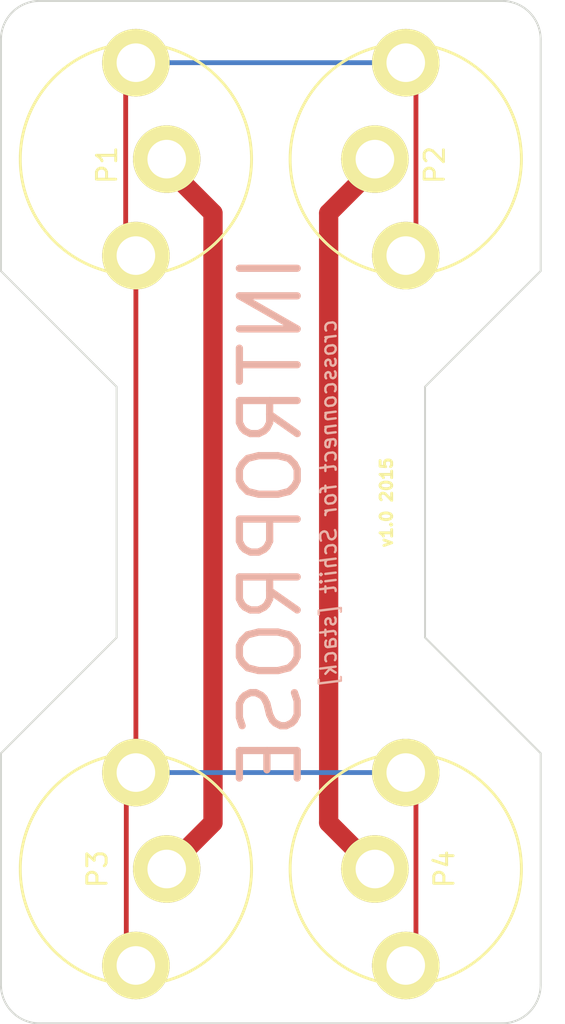
<source format=kicad_pcb>
(kicad_pcb (version 20171130) (host pcbnew "(5.1.12)-1")

  (general
    (thickness 1.6)
    (drawings 19)
    (tracks 23)
    (zones 0)
    (modules 4)
    (nets 4)
  )

  (page A4)
  (layers
    (0 F.Cu signal)
    (31 B.Cu signal)
    (32 B.Adhes user)
    (33 F.Adhes user)
    (34 B.Paste user)
    (35 F.Paste user)
    (36 B.SilkS user)
    (37 F.SilkS user)
    (38 B.Mask user)
    (39 F.Mask user)
    (40 Dwgs.User user)
    (41 Cmts.User user)
    (42 Eco1.User user)
    (43 Eco2.User user)
    (44 Edge.Cuts user)
    (45 Margin user)
    (46 B.CrtYd user)
    (47 F.CrtYd user)
    (48 B.Fab user)
    (49 F.Fab user)
  )

  (setup
    (last_trace_width 0.25)
    (user_trace_width 0.25)
    (user_trace_width 1)
    (trace_clearance 0.2)
    (zone_clearance 0.508)
    (zone_45_only no)
    (trace_min 0.2)
    (via_size 0.6)
    (via_drill 0.4)
    (via_min_size 0.4)
    (via_min_drill 0.3)
    (uvia_size 0.3)
    (uvia_drill 0.1)
    (uvias_allowed no)
    (uvia_min_size 0.2)
    (uvia_min_drill 0.1)
    (edge_width 0.1)
    (segment_width 0.2)
    (pcb_text_width 0.3)
    (pcb_text_size 1.5 1.5)
    (mod_edge_width 0.15)
    (mod_text_size 1 1)
    (mod_text_width 0.15)
    (pad_size 1.5 1.5)
    (pad_drill 0.6)
    (pad_to_mask_clearance 0)
    (aux_axis_origin 0 0)
    (visible_elements 7FFFFFFF)
    (pcbplotparams
      (layerselection 0x010f0_80000001)
      (usegerberextensions true)
      (usegerberattributes true)
      (usegerberadvancedattributes true)
      (creategerberjobfile true)
      (excludeedgelayer true)
      (linewidth 0.100000)
      (plotframeref false)
      (viasonmask false)
      (mode 1)
      (useauxorigin false)
      (hpglpennumber 1)
      (hpglpenspeed 20)
      (hpglpendiameter 15.000000)
      (psnegative false)
      (psa4output false)
      (plotreference true)
      (plotvalue true)
      (plotinvisibletext false)
      (padsonsilk false)
      (subtractmaskfromsilk false)
      (outputformat 1)
      (mirror false)
      (drillshape 0)
      (scaleselection 1)
      (outputdirectory "gerber/"))
  )

  (net 0 "")
  (net 1 GND)
  (net 2 /A)
  (net 3 /B)

  (net_class Default "This is the default net class."
    (clearance 0.2)
    (trace_width 0.25)
    (via_dia 0.6)
    (via_drill 0.4)
    (uvia_dia 0.3)
    (uvia_drill 0.1)
    (add_net /A)
    (add_net /B)
    (add_net GND)
  )

  (net_class phat ""
    (clearance 0.2)
    (trace_width 1)
    (via_dia 0.6)
    (via_drill 0.4)
    (uvia_dia 0.3)
    (uvia_drill 0.1)
  )

  (module footprints:bnc_pcb (layer F.Cu) (tedit 56088052) (tstamp 560887C2)
    (at 139 115 90)
    (path /56086B9A)
    (fp_text reference P4 (at 0 2 90) (layer F.SilkS)
      (effects (font (size 1 1) (thickness 0.15)))
    )
    (fp_text value "" (at 0 5 90) (layer F.Fab)
      (effects (font (size 1 1) (thickness 0.15)))
    )
    (fp_circle (center 0 0) (end 6 0) (layer F.SilkS) (width 0.15))
    (pad 1 thru_hole circle (at 0 -1.6 90) (size 3.5 3.5) (drill 2) (layers *.Cu *.Mask F.SilkS)
      (net 3 /B))
    (pad 2 thru_hole circle (at -5 0 90) (size 3.5 3.5) (drill 2) (layers *.Cu *.Mask F.SilkS)
      (net 1 GND))
    (pad 2 thru_hole circle (at 5 0 90) (size 3.5 3.5) (drill 2) (layers *.Cu *.Mask F.SilkS)
      (net 1 GND))
  )

  (module footprints:bnc_pcb (layer F.Cu) (tedit 5608804A) (tstamp 560887BA)
    (at 125 115 270)
    (path /56086B74)
    (fp_text reference P3 (at 0 2 90) (layer F.SilkS)
      (effects (font (size 1 1) (thickness 0.15)))
    )
    (fp_text value "" (at 0 5 270) (layer F.Fab)
      (effects (font (size 1 1) (thickness 0.15)))
    )
    (fp_circle (center 0 0) (end 6 0) (layer F.SilkS) (width 0.15))
    (pad 1 thru_hole circle (at 0 -1.6 270) (size 3.5 3.5) (drill 2) (layers *.Cu *.Mask F.SilkS)
      (net 2 /A))
    (pad 2 thru_hole circle (at -5 0 270) (size 3.5 3.5) (drill 2) (layers *.Cu *.Mask F.SilkS)
      (net 1 GND))
    (pad 2 thru_hole circle (at 5 0 270) (size 3.5 3.5) (drill 2) (layers *.Cu *.Mask F.SilkS)
      (net 1 GND))
  )

  (module footprints:bnc_pcb (layer F.Cu) (tedit 5608803A) (tstamp 560887B2)
    (at 139 78.2 90)
    (path /56086B47)
    (fp_text reference P2 (at -0.3 1.5 90) (layer F.SilkS)
      (effects (font (size 1 1) (thickness 0.15)))
    )
    (fp_text value "" (at -0.8 8 90) (layer F.Fab)
      (effects (font (size 1 1) (thickness 0.15)))
    )
    (fp_circle (center 0 0) (end 6 0) (layer F.SilkS) (width 0.15))
    (pad 1 thru_hole circle (at 0 -1.6 90) (size 3.5 3.5) (drill 2) (layers *.Cu *.Mask F.SilkS)
      (net 3 /B))
    (pad 2 thru_hole circle (at -5 0 90) (size 3.5 3.5) (drill 2) (layers *.Cu *.Mask F.SilkS)
      (net 1 GND))
    (pad 2 thru_hole circle (at 5 0 90) (size 3.5 3.5) (drill 2) (layers *.Cu *.Mask F.SilkS)
      (net 1 GND))
  )

  (module bnc_pcb (layer F.Cu) (tedit 56088042) (tstamp 560887AA)
    (at 125 78.2 270)
    (path /56086B19)
    (fp_text reference P1 (at 0.3 1.5 270) (layer F.SilkS)
      (effects (font (size 1 1) (thickness 0.15)))
    )
    (fp_text value "" (at 0 5 270) (layer F.Fab)
      (effects (font (size 1 1) (thickness 0.15)))
    )
    (fp_circle (center 0 0) (end 6 0) (layer F.SilkS) (width 0.15))
    (pad 1 thru_hole circle (at 0 -1.6 270) (size 3.5 3.5) (drill 2) (layers *.Cu *.Mask F.SilkS)
      (net 2 /A))
    (pad 2 thru_hole circle (at -5 0 270) (size 3.5 3.5) (drill 2) (layers *.Cu *.Mask F.SilkS)
      (net 1 GND))
    (pad 2 thru_hole circle (at 5 0 270) (size 3.5 3.5) (drill 2) (layers *.Cu *.Mask F.SilkS)
      (net 1 GND))
  )

  (gr_text "v1.0 2015" (at 138 96 90) (layer F.SilkS)
    (effects (font (size 0.6 0.6) (thickness 0.15)))
  )
  (gr_text "crossconnect for Schiit [stack]" (at 135 96 90) (layer B.SilkS)
    (effects (font (size 0.8 0.8) (thickness 0.125) italic) (justify mirror))
  )
  (gr_text INTROPROSE (at 132 97 90) (layer B.SilkS)
    (effects (font (size 3 3) (thickness 0.375)) (justify mirror))
  )
  (gr_line (start 118 109) (end 124 103) (angle 90) (layer Edge.Cuts) (width 0.1))
  (gr_line (start 118 121) (end 118 109) (angle 90) (layer Edge.Cuts) (width 0.1))
  (gr_line (start 146 109) (end 146 121) (angle 90) (layer Edge.Cuts) (width 0.1))
  (gr_line (start 140 103) (end 146 109) (angle 90) (layer Edge.Cuts) (width 0.1))
  (gr_line (start 140 90) (end 140 103) (angle 90) (layer Edge.Cuts) (width 0.1))
  (gr_line (start 146 84) (end 140 90) (angle 90) (layer Edge.Cuts) (width 0.1))
  (gr_line (start 146 72) (end 146 84) (angle 90) (layer Edge.Cuts) (width 0.1))
  (gr_line (start 124 90) (end 124 103) (angle 90) (layer Edge.Cuts) (width 0.1))
  (gr_line (start 118 84) (end 124 90) (angle 90) (layer Edge.Cuts) (width 0.1))
  (gr_line (start 118 72) (end 118 84) (angle 90) (layer Edge.Cuts) (width 0.1))
  (gr_line (start 120 70) (end 144 70) (angle 90) (layer Edge.Cuts) (width 0.1))
  (gr_line (start 120 123) (end 144 123) (angle 90) (layer Edge.Cuts) (width 0.1))
  (gr_arc (start 144 121) (end 146 121) (angle 90) (layer Edge.Cuts) (width 0.1))
  (gr_arc (start 120 121) (end 120 123) (angle 90) (layer Edge.Cuts) (width 0.1))
  (gr_arc (start 144 72) (end 144 70) (angle 90) (layer Edge.Cuts) (width 0.1))
  (gr_arc (start 120 72) (end 118 72) (angle 90) (layer Edge.Cuts) (width 0.1))

  (segment (start 139 110) (end 139.5293 110.5293) (width 0.25) (layer F.Cu) (net 1))
  (segment (start 139.5293 110.5293) (end 139.5293 119.4707) (width 0.25) (layer F.Cu) (net 1))
  (segment (start 139.5293 119.4707) (end 139 120) (width 0.25) (layer F.Cu) (net 1))
  (segment (start 125 110) (end 139 110) (width 0.25) (layer B.Cu) (net 1))
  (segment (start 125 120) (end 124.5014 119.5014) (width 0.25) (layer F.Cu) (net 1))
  (segment (start 124.5014 119.5014) (end 124.5014 110.4986) (width 0.25) (layer F.Cu) (net 1))
  (segment (start 124.5014 110.4986) (end 125 110) (width 0.25) (layer F.Cu) (net 1))
  (segment (start 125 83.2) (end 125 110) (width 0.25) (layer F.Cu) (net 1))
  (segment (start 125 73.2) (end 124.4708 73.7292) (width 0.25) (layer F.Cu) (net 1))
  (segment (start 124.4708 73.7292) (end 124.4708 82.6708) (width 0.25) (layer F.Cu) (net 1))
  (segment (start 124.4708 82.6708) (end 125 83.2) (width 0.25) (layer F.Cu) (net 1))
  (segment (start 139 73.2) (end 139.5293 73.7293) (width 0.25) (layer F.Cu) (net 1))
  (segment (start 139.5293 73.7293) (end 139.5293 82.6707) (width 0.25) (layer F.Cu) (net 1))
  (segment (start 139.5293 82.6707) (end 139 83.2) (width 0.25) (layer F.Cu) (net 1))
  (segment (start 125 73.2) (end 139 73.2) (width 0.25) (layer B.Cu) (net 1))
  (segment (start 126.6 78.2) (end 126.6 78.6) (width 1) (layer F.Cu) (net 2))
  (segment (start 126.6 78.6) (end 129 81) (width 1) (layer F.Cu) (net 2))
  (segment (start 129 81) (end 129 112.6) (width 1) (layer F.Cu) (net 2))
  (segment (start 129 112.6) (end 126.6 115) (width 1) (layer F.Cu) (net 2))
  (segment (start 137.4 78.2) (end 137.4 78.6) (width 1) (layer F.Cu) (net 3))
  (segment (start 137.4 78.6) (end 135 81) (width 1) (layer F.Cu) (net 3))
  (segment (start 135 81) (end 135 112.6) (width 1) (layer F.Cu) (net 3))
  (segment (start 135 112.6) (end 137.4 115) (width 1) (layer F.Cu) (net 3))

)

</source>
